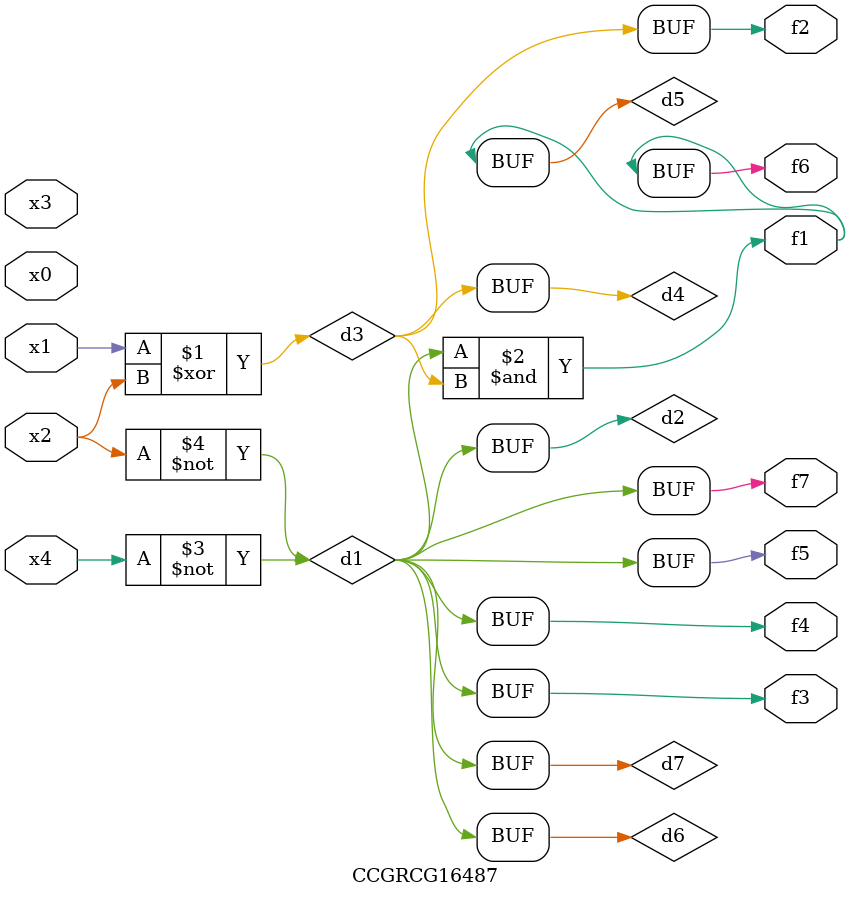
<source format=v>
module CCGRCG16487(
	input x0, x1, x2, x3, x4,
	output f1, f2, f3, f4, f5, f6, f7
);

	wire d1, d2, d3, d4, d5, d6, d7;

	not (d1, x4);
	not (d2, x2);
	xor (d3, x1, x2);
	buf (d4, d3);
	and (d5, d1, d3);
	buf (d6, d1, d2);
	buf (d7, d2);
	assign f1 = d5;
	assign f2 = d4;
	assign f3 = d7;
	assign f4 = d7;
	assign f5 = d7;
	assign f6 = d5;
	assign f7 = d7;
endmodule

</source>
